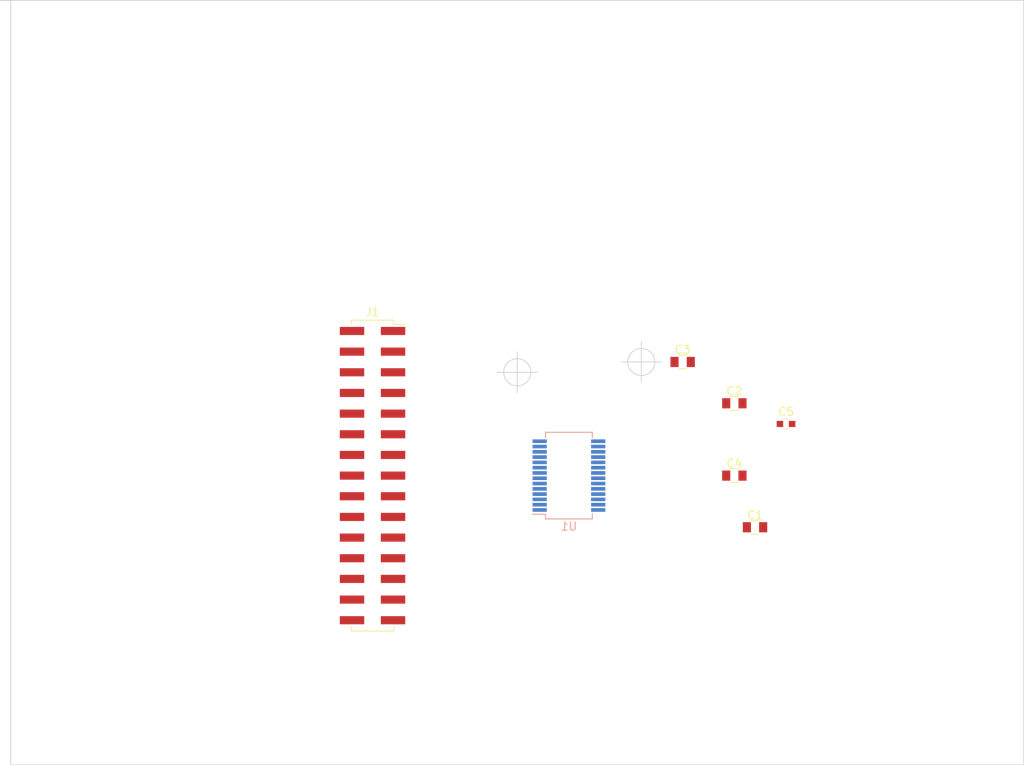
<source format=kicad_pcb>
(kicad_pcb (version 4) (host pcbnew 4.0.6)

  (general
    (links 42)
    (no_connects 42)
    (area 88.849999 46.939999 214.680001 141.020001)
    (thickness 1.6)
    (drawings 7)
    (tracks 0)
    (zones 0)
    (modules 7)
    (nets 27)
  )

  (page A4)
  (layers
    (0 F.Cu signal)
    (31 B.Cu signal)
    (32 B.Adhes user)
    (33 F.Adhes user)
    (34 B.Paste user)
    (35 F.Paste user)
    (36 B.SilkS user)
    (37 F.SilkS user)
    (38 B.Mask user)
    (39 F.Mask user)
    (40 Dwgs.User user)
    (41 Cmts.User user)
    (42 Eco1.User user)
    (43 Eco2.User user)
    (44 Edge.Cuts user)
    (45 Margin user)
    (46 B.CrtYd user)
    (47 F.CrtYd user)
    (48 B.Fab user)
    (49 F.Fab user)
  )

  (setup
    (last_trace_width 0.25)
    (trace_clearance 0.2)
    (zone_clearance 0.508)
    (zone_45_only no)
    (trace_min 0.2)
    (segment_width 0.1)
    (edge_width 0.1)
    (via_size 0.6)
    (via_drill 0.4)
    (via_min_size 0.4)
    (via_min_drill 0.3)
    (uvia_size 0.3)
    (uvia_drill 0.1)
    (uvias_allowed no)
    (uvia_min_size 0.2)
    (uvia_min_drill 0.1)
    (pcb_text_width 0.3)
    (pcb_text_size 1.5 1.5)
    (mod_edge_width 0.15)
    (mod_text_size 1 1)
    (mod_text_width 0.15)
    (pad_size 1.5 1.5)
    (pad_drill 0.6)
    (pad_to_mask_clearance 0)
    (aux_axis_origin 0 0)
    (visible_elements 7FFFFFFF)
    (pcbplotparams
      (layerselection 0x00030_80000001)
      (usegerberextensions false)
      (excludeedgelayer true)
      (linewidth 0.100000)
      (plotframeref false)
      (viasonmask false)
      (mode 1)
      (useauxorigin false)
      (hpglpennumber 1)
      (hpglpenspeed 20)
      (hpglpendiameter 15)
      (hpglpenoverlay 2)
      (psnegative false)
      (psa4output false)
      (plotreference true)
      (plotvalue true)
      (plotinvisibletext false)
      (padsonsilk false)
      (subtractmaskfromsilk false)
      (outputformat 1)
      (mirror false)
      (drillshape 1)
      (scaleselection 1)
      (outputdirectory ""))
  )

  (net 0 "")
  (net 1 "Net-(C1-Pad1)")
  (net 2 /analog-ground)
  (net 3 /lower-ref-V)
  (net 4 /upper-ref-V)
  (net 5 "Net-(J1-Pad1)")
  (net 6 "Net-(J1-Pad3)")
  (net 7 "Net-(J1-Pad4)")
  (net 8 "Net-(J1-Pad6)")
  (net 9 "Net-(J1-Pad8)")
  (net 10 "Net-(J1-Pad10)")
  (net 11 "Net-(J1-Pad11)")
  (net 12 "Net-(J1-Pad12)")
  (net 13 "Net-(J1-Pad14)")
  (net 14 "Net-(J1-Pad16)")
  (net 15 "Net-(J1-Pad17)")
  (net 16 "Net-(J1-Pad18)")
  (net 17 "Net-(J1-Pad19)")
  (net 18 "Net-(J1-Pad20)")
  (net 19 "Net-(J1-Pad21)")
  (net 20 "Net-(J1-Pad22)")
  (net 21 "Net-(J1-Pad23)")
  (net 22 "Net-(J1-Pad24)")
  (net 23 "Net-(J1-Pad25)")
  (net 24 "Net-(J1-Pad26)")
  (net 25 "Net-(J1-Pad27)")
  (net 26 "Net-(J1-Pad28)")

  (net_class Default "This is the default net class."
    (clearance 0.2)
    (trace_width 0.25)
    (via_dia 0.6)
    (via_drill 0.4)
    (uvia_dia 0.3)
    (uvia_drill 0.1)
    (add_net /analog-ground)
    (add_net /lower-ref-V)
    (add_net /upper-ref-V)
    (add_net "Net-(C1-Pad1)")
    (add_net "Net-(J1-Pad1)")
    (add_net "Net-(J1-Pad10)")
    (add_net "Net-(J1-Pad11)")
    (add_net "Net-(J1-Pad12)")
    (add_net "Net-(J1-Pad14)")
    (add_net "Net-(J1-Pad16)")
    (add_net "Net-(J1-Pad17)")
    (add_net "Net-(J1-Pad18)")
    (add_net "Net-(J1-Pad19)")
    (add_net "Net-(J1-Pad20)")
    (add_net "Net-(J1-Pad21)")
    (add_net "Net-(J1-Pad22)")
    (add_net "Net-(J1-Pad23)")
    (add_net "Net-(J1-Pad24)")
    (add_net "Net-(J1-Pad25)")
    (add_net "Net-(J1-Pad26)")
    (add_net "Net-(J1-Pad27)")
    (add_net "Net-(J1-Pad28)")
    (add_net "Net-(J1-Pad3)")
    (add_net "Net-(J1-Pad4)")
    (add_net "Net-(J1-Pad6)")
    (add_net "Net-(J1-Pad8)")
  )

  (module Capacitors_SMD:C_0805 (layer F.Cu) (tedit 58AA8463) (tstamp 5988E382)
    (at 181.61 111.76)
    (descr "Capacitor SMD 0805, reflow soldering, AVX (see smccp.pdf)")
    (tags "capacitor 0805")
    (path /5986FFEB)
    (attr smd)
    (fp_text reference C1 (at 0 -1.5) (layer F.SilkS)
      (effects (font (size 1 1) (thickness 0.15)))
    )
    (fp_text value 0.1uF (at 0 1.75) (layer F.Fab)
      (effects (font (size 1 1) (thickness 0.15)))
    )
    (fp_text user %R (at 0 -1.5) (layer F.Fab)
      (effects (font (size 1 1) (thickness 0.15)))
    )
    (fp_line (start -1 0.62) (end -1 -0.62) (layer F.Fab) (width 0.1))
    (fp_line (start 1 0.62) (end -1 0.62) (layer F.Fab) (width 0.1))
    (fp_line (start 1 -0.62) (end 1 0.62) (layer F.Fab) (width 0.1))
    (fp_line (start -1 -0.62) (end 1 -0.62) (layer F.Fab) (width 0.1))
    (fp_line (start 0.5 -0.85) (end -0.5 -0.85) (layer F.SilkS) (width 0.12))
    (fp_line (start -0.5 0.85) (end 0.5 0.85) (layer F.SilkS) (width 0.12))
    (fp_line (start -1.75 -0.88) (end 1.75 -0.88) (layer F.CrtYd) (width 0.05))
    (fp_line (start -1.75 -0.88) (end -1.75 0.87) (layer F.CrtYd) (width 0.05))
    (fp_line (start 1.75 0.87) (end 1.75 -0.88) (layer F.CrtYd) (width 0.05))
    (fp_line (start 1.75 0.87) (end -1.75 0.87) (layer F.CrtYd) (width 0.05))
    (pad 1 smd rect (at -1 0) (size 1 1.25) (layers F.Cu F.Paste F.Mask)
      (net 1 "Net-(C1-Pad1)"))
    (pad 2 smd rect (at 1 0) (size 1 1.25) (layers F.Cu F.Paste F.Mask)
      (net 2 /analog-ground))
    (model Capacitors_SMD.3dshapes/C_0805.wrl
      (at (xyz 0 0 0))
      (scale (xyz 1 1 1))
      (rotate (xyz 0 0 0))
    )
  )

  (module Capacitors_SMD:C_0805 (layer F.Cu) (tedit 58AA8463) (tstamp 5988E388)
    (at 179.07 96.52)
    (descr "Capacitor SMD 0805, reflow soldering, AVX (see smccp.pdf)")
    (tags "capacitor 0805")
    (path /598706E8)
    (attr smd)
    (fp_text reference C2 (at 0 -1.5) (layer F.SilkS)
      (effects (font (size 1 1) (thickness 0.15)))
    )
    (fp_text value 0.1uF (at 0 1.75) (layer F.Fab)
      (effects (font (size 1 1) (thickness 0.15)))
    )
    (fp_text user %R (at 0 -1.5) (layer F.Fab)
      (effects (font (size 1 1) (thickness 0.15)))
    )
    (fp_line (start -1 0.62) (end -1 -0.62) (layer F.Fab) (width 0.1))
    (fp_line (start 1 0.62) (end -1 0.62) (layer F.Fab) (width 0.1))
    (fp_line (start 1 -0.62) (end 1 0.62) (layer F.Fab) (width 0.1))
    (fp_line (start -1 -0.62) (end 1 -0.62) (layer F.Fab) (width 0.1))
    (fp_line (start 0.5 -0.85) (end -0.5 -0.85) (layer F.SilkS) (width 0.12))
    (fp_line (start -0.5 0.85) (end 0.5 0.85) (layer F.SilkS) (width 0.12))
    (fp_line (start -1.75 -0.88) (end 1.75 -0.88) (layer F.CrtYd) (width 0.05))
    (fp_line (start -1.75 -0.88) (end -1.75 0.87) (layer F.CrtYd) (width 0.05))
    (fp_line (start 1.75 0.87) (end 1.75 -0.88) (layer F.CrtYd) (width 0.05))
    (fp_line (start 1.75 0.87) (end -1.75 0.87) (layer F.CrtYd) (width 0.05))
    (pad 1 smd rect (at -1 0) (size 1 1.25) (layers F.Cu F.Paste F.Mask)
      (net 3 /lower-ref-V))
    (pad 2 smd rect (at 1 0) (size 1 1.25) (layers F.Cu F.Paste F.Mask)
      (net 2 /analog-ground))
    (model Capacitors_SMD.3dshapes/C_0805.wrl
      (at (xyz 0 0 0))
      (scale (xyz 1 1 1))
      (rotate (xyz 0 0 0))
    )
  )

  (module Capacitors_SMD:C_0805 (layer F.Cu) (tedit 58AA8463) (tstamp 5988E38E)
    (at 172.72 91.44)
    (descr "Capacitor SMD 0805, reflow soldering, AVX (see smccp.pdf)")
    (tags "capacitor 0805")
    (path /598707D4)
    (attr smd)
    (fp_text reference C3 (at 0 -1.5) (layer F.SilkS)
      (effects (font (size 1 1) (thickness 0.15)))
    )
    (fp_text value 0.1uF (at 0 1.75) (layer F.Fab)
      (effects (font (size 1 1) (thickness 0.15)))
    )
    (fp_text user %R (at 0 -1.5) (layer F.Fab)
      (effects (font (size 1 1) (thickness 0.15)))
    )
    (fp_line (start -1 0.62) (end -1 -0.62) (layer F.Fab) (width 0.1))
    (fp_line (start 1 0.62) (end -1 0.62) (layer F.Fab) (width 0.1))
    (fp_line (start 1 -0.62) (end 1 0.62) (layer F.Fab) (width 0.1))
    (fp_line (start -1 -0.62) (end 1 -0.62) (layer F.Fab) (width 0.1))
    (fp_line (start 0.5 -0.85) (end -0.5 -0.85) (layer F.SilkS) (width 0.12))
    (fp_line (start -0.5 0.85) (end 0.5 0.85) (layer F.SilkS) (width 0.12))
    (fp_line (start -1.75 -0.88) (end 1.75 -0.88) (layer F.CrtYd) (width 0.05))
    (fp_line (start -1.75 -0.88) (end -1.75 0.87) (layer F.CrtYd) (width 0.05))
    (fp_line (start 1.75 0.87) (end 1.75 -0.88) (layer F.CrtYd) (width 0.05))
    (fp_line (start 1.75 0.87) (end -1.75 0.87) (layer F.CrtYd) (width 0.05))
    (pad 1 smd rect (at -1 0) (size 1 1.25) (layers F.Cu F.Paste F.Mask)
      (net 3 /lower-ref-V))
    (pad 2 smd rect (at 1 0) (size 1 1.25) (layers F.Cu F.Paste F.Mask)
      (net 4 /upper-ref-V))
    (model Capacitors_SMD.3dshapes/C_0805.wrl
      (at (xyz 0 0 0))
      (scale (xyz 1 1 1))
      (rotate (xyz 0 0 0))
    )
  )

  (module Capacitors_SMD:C_0805 (layer F.Cu) (tedit 58AA8463) (tstamp 5988E394)
    (at 179.07 105.41)
    (descr "Capacitor SMD 0805, reflow soldering, AVX (see smccp.pdf)")
    (tags "capacitor 0805")
    (path /59870C94)
    (attr smd)
    (fp_text reference C4 (at 0 -1.5) (layer F.SilkS)
      (effects (font (size 1 1) (thickness 0.15)))
    )
    (fp_text value 0.1uF (at 0 1.75) (layer F.Fab)
      (effects (font (size 1 1) (thickness 0.15)))
    )
    (fp_text user %R (at 0 -1.5) (layer F.Fab)
      (effects (font (size 1 1) (thickness 0.15)))
    )
    (fp_line (start -1 0.62) (end -1 -0.62) (layer F.Fab) (width 0.1))
    (fp_line (start 1 0.62) (end -1 0.62) (layer F.Fab) (width 0.1))
    (fp_line (start 1 -0.62) (end 1 0.62) (layer F.Fab) (width 0.1))
    (fp_line (start -1 -0.62) (end 1 -0.62) (layer F.Fab) (width 0.1))
    (fp_line (start 0.5 -0.85) (end -0.5 -0.85) (layer F.SilkS) (width 0.12))
    (fp_line (start -0.5 0.85) (end 0.5 0.85) (layer F.SilkS) (width 0.12))
    (fp_line (start -1.75 -0.88) (end 1.75 -0.88) (layer F.CrtYd) (width 0.05))
    (fp_line (start -1.75 -0.88) (end -1.75 0.87) (layer F.CrtYd) (width 0.05))
    (fp_line (start 1.75 0.87) (end 1.75 -0.88) (layer F.CrtYd) (width 0.05))
    (fp_line (start 1.75 0.87) (end -1.75 0.87) (layer F.CrtYd) (width 0.05))
    (pad 1 smd rect (at -1 0) (size 1 1.25) (layers F.Cu F.Paste F.Mask)
      (net 4 /upper-ref-V))
    (pad 2 smd rect (at 1 0) (size 1 1.25) (layers F.Cu F.Paste F.Mask)
      (net 2 /analog-ground))
    (model Capacitors_SMD.3dshapes/C_0805.wrl
      (at (xyz 0 0 0))
      (scale (xyz 1 1 1))
      (rotate (xyz 0 0 0))
    )
  )

  (module Capacitors_SMD:C_0603 (layer F.Cu) (tedit 58AA844E) (tstamp 5988E39A)
    (at 185.42 99.06)
    (descr "Capacitor SMD 0603, reflow soldering, AVX (see smccp.pdf)")
    (tags "capacitor 0603")
    (path /59870B4F)
    (attr smd)
    (fp_text reference C5 (at 0 -1.5) (layer F.SilkS)
      (effects (font (size 1 1) (thickness 0.15)))
    )
    (fp_text value 10uF (at 0 1.5) (layer F.Fab)
      (effects (font (size 1 1) (thickness 0.15)))
    )
    (fp_text user %R (at 0 -1.5) (layer F.Fab)
      (effects (font (size 1 1) (thickness 0.15)))
    )
    (fp_line (start -0.8 0.4) (end -0.8 -0.4) (layer F.Fab) (width 0.1))
    (fp_line (start 0.8 0.4) (end -0.8 0.4) (layer F.Fab) (width 0.1))
    (fp_line (start 0.8 -0.4) (end 0.8 0.4) (layer F.Fab) (width 0.1))
    (fp_line (start -0.8 -0.4) (end 0.8 -0.4) (layer F.Fab) (width 0.1))
    (fp_line (start -0.35 -0.6) (end 0.35 -0.6) (layer F.SilkS) (width 0.12))
    (fp_line (start 0.35 0.6) (end -0.35 0.6) (layer F.SilkS) (width 0.12))
    (fp_line (start -1.4 -0.65) (end 1.4 -0.65) (layer F.CrtYd) (width 0.05))
    (fp_line (start -1.4 -0.65) (end -1.4 0.65) (layer F.CrtYd) (width 0.05))
    (fp_line (start 1.4 0.65) (end 1.4 -0.65) (layer F.CrtYd) (width 0.05))
    (fp_line (start 1.4 0.65) (end -1.4 0.65) (layer F.CrtYd) (width 0.05))
    (pad 1 smd rect (at -0.75 0) (size 0.8 0.75) (layers F.Cu F.Paste F.Mask)
      (net 3 /lower-ref-V))
    (pad 2 smd rect (at 0.75 0) (size 0.8 0.75) (layers F.Cu F.Paste F.Mask)
      (net 4 /upper-ref-V))
    (model Capacitors_SMD.3dshapes/C_0603.wrl
      (at (xyz 0 0 0))
      (scale (xyz 1 1 1))
      (rotate (xyz 0 0 0))
    )
  )

  (module Socket_Strips:Socket_Strip_Straight_2x15_Pitch2.54mm_SMD (layer F.Cu) (tedit 58CD5449) (tstamp 5988E444)
    (at 134.62 105.41)
    (descr "surface-mounted straight socket strip, 2x15, 2.54mm pitch, double rows")
    (tags "Surface mounted socket strip SMD 2x15 2.54mm double row")
    (path /5986F0F6)
    (attr smd)
    (fp_text reference J1 (at 0 -20.11) (layer F.SilkS)
      (effects (font (size 1 1) (thickness 0.15)))
    )
    (fp_text value CONN_02X15 (at 0 20.11) (layer F.Fab)
      (effects (font (size 1 1) (thickness 0.15)))
    )
    (fp_line (start -2.54 -19.05) (end -2.54 19.05) (layer F.Fab) (width 0.1))
    (fp_line (start -2.54 19.05) (end 2.54 19.05) (layer F.Fab) (width 0.1))
    (fp_line (start 2.54 19.05) (end 2.54 -19.05) (layer F.Fab) (width 0.1))
    (fp_line (start 2.54 -19.05) (end -2.54 -19.05) (layer F.Fab) (width 0.1))
    (fp_line (start -2.54 -18.1) (end -2.54 -17.46) (layer F.Fab) (width 0.1))
    (fp_line (start -2.54 -17.46) (end -3.92 -17.46) (layer F.Fab) (width 0.1))
    (fp_line (start -3.92 -17.46) (end -3.92 -18.1) (layer F.Fab) (width 0.1))
    (fp_line (start -3.92 -18.1) (end -2.54 -18.1) (layer F.Fab) (width 0.1))
    (fp_line (start 2.54 -18.1) (end 2.54 -17.46) (layer F.Fab) (width 0.1))
    (fp_line (start 2.54 -17.46) (end 3.92 -17.46) (layer F.Fab) (width 0.1))
    (fp_line (start 3.92 -17.46) (end 3.92 -18.1) (layer F.Fab) (width 0.1))
    (fp_line (start 3.92 -18.1) (end 2.54 -18.1) (layer F.Fab) (width 0.1))
    (fp_line (start -2.54 -15.56) (end -2.54 -14.92) (layer F.Fab) (width 0.1))
    (fp_line (start -2.54 -14.92) (end -3.92 -14.92) (layer F.Fab) (width 0.1))
    (fp_line (start -3.92 -14.92) (end -3.92 -15.56) (layer F.Fab) (width 0.1))
    (fp_line (start -3.92 -15.56) (end -2.54 -15.56) (layer F.Fab) (width 0.1))
    (fp_line (start 2.54 -15.56) (end 2.54 -14.92) (layer F.Fab) (width 0.1))
    (fp_line (start 2.54 -14.92) (end 3.92 -14.92) (layer F.Fab) (width 0.1))
    (fp_line (start 3.92 -14.92) (end 3.92 -15.56) (layer F.Fab) (width 0.1))
    (fp_line (start 3.92 -15.56) (end 2.54 -15.56) (layer F.Fab) (width 0.1))
    (fp_line (start -2.54 -13.02) (end -2.54 -12.38) (layer F.Fab) (width 0.1))
    (fp_line (start -2.54 -12.38) (end -3.92 -12.38) (layer F.Fab) (width 0.1))
    (fp_line (start -3.92 -12.38) (end -3.92 -13.02) (layer F.Fab) (width 0.1))
    (fp_line (start -3.92 -13.02) (end -2.54 -13.02) (layer F.Fab) (width 0.1))
    (fp_line (start 2.54 -13.02) (end 2.54 -12.38) (layer F.Fab) (width 0.1))
    (fp_line (start 2.54 -12.38) (end 3.92 -12.38) (layer F.Fab) (width 0.1))
    (fp_line (start 3.92 -12.38) (end 3.92 -13.02) (layer F.Fab) (width 0.1))
    (fp_line (start 3.92 -13.02) (end 2.54 -13.02) (layer F.Fab) (width 0.1))
    (fp_line (start -2.54 -10.48) (end -2.54 -9.84) (layer F.Fab) (width 0.1))
    (fp_line (start -2.54 -9.84) (end -3.92 -9.84) (layer F.Fab) (width 0.1))
    (fp_line (start -3.92 -9.84) (end -3.92 -10.48) (layer F.Fab) (width 0.1))
    (fp_line (start -3.92 -10.48) (end -2.54 -10.48) (layer F.Fab) (width 0.1))
    (fp_line (start 2.54 -10.48) (end 2.54 -9.84) (layer F.Fab) (width 0.1))
    (fp_line (start 2.54 -9.84) (end 3.92 -9.84) (layer F.Fab) (width 0.1))
    (fp_line (start 3.92 -9.84) (end 3.92 -10.48) (layer F.Fab) (width 0.1))
    (fp_line (start 3.92 -10.48) (end 2.54 -10.48) (layer F.Fab) (width 0.1))
    (fp_line (start -2.54 -7.94) (end -2.54 -7.3) (layer F.Fab) (width 0.1))
    (fp_line (start -2.54 -7.3) (end -3.92 -7.3) (layer F.Fab) (width 0.1))
    (fp_line (start -3.92 -7.3) (end -3.92 -7.94) (layer F.Fab) (width 0.1))
    (fp_line (start -3.92 -7.94) (end -2.54 -7.94) (layer F.Fab) (width 0.1))
    (fp_line (start 2.54 -7.94) (end 2.54 -7.3) (layer F.Fab) (width 0.1))
    (fp_line (start 2.54 -7.3) (end 3.92 -7.3) (layer F.Fab) (width 0.1))
    (fp_line (start 3.92 -7.3) (end 3.92 -7.94) (layer F.Fab) (width 0.1))
    (fp_line (start 3.92 -7.94) (end 2.54 -7.94) (layer F.Fab) (width 0.1))
    (fp_line (start -2.54 -5.4) (end -2.54 -4.76) (layer F.Fab) (width 0.1))
    (fp_line (start -2.54 -4.76) (end -3.92 -4.76) (layer F.Fab) (width 0.1))
    (fp_line (start -3.92 -4.76) (end -3.92 -5.4) (layer F.Fab) (width 0.1))
    (fp_line (start -3.92 -5.4) (end -2.54 -5.4) (layer F.Fab) (width 0.1))
    (fp_line (start 2.54 -5.4) (end 2.54 -4.76) (layer F.Fab) (width 0.1))
    (fp_line (start 2.54 -4.76) (end 3.92 -4.76) (layer F.Fab) (width 0.1))
    (fp_line (start 3.92 -4.76) (end 3.92 -5.4) (layer F.Fab) (width 0.1))
    (fp_line (start 3.92 -5.4) (end 2.54 -5.4) (layer F.Fab) (width 0.1))
    (fp_line (start -2.54 -2.86) (end -2.54 -2.22) (layer F.Fab) (width 0.1))
    (fp_line (start -2.54 -2.22) (end -3.92 -2.22) (layer F.Fab) (width 0.1))
    (fp_line (start -3.92 -2.22) (end -3.92 -2.86) (layer F.Fab) (width 0.1))
    (fp_line (start -3.92 -2.86) (end -2.54 -2.86) (layer F.Fab) (width 0.1))
    (fp_line (start 2.54 -2.86) (end 2.54 -2.22) (layer F.Fab) (width 0.1))
    (fp_line (start 2.54 -2.22) (end 3.92 -2.22) (layer F.Fab) (width 0.1))
    (fp_line (start 3.92 -2.22) (end 3.92 -2.86) (layer F.Fab) (width 0.1))
    (fp_line (start 3.92 -2.86) (end 2.54 -2.86) (layer F.Fab) (width 0.1))
    (fp_line (start -2.54 -0.32) (end -2.54 0.32) (layer F.Fab) (width 0.1))
    (fp_line (start -2.54 0.32) (end -3.92 0.32) (layer F.Fab) (width 0.1))
    (fp_line (start -3.92 0.32) (end -3.92 -0.32) (layer F.Fab) (width 0.1))
    (fp_line (start -3.92 -0.32) (end -2.54 -0.32) (layer F.Fab) (width 0.1))
    (fp_line (start 2.54 -0.32) (end 2.54 0.32) (layer F.Fab) (width 0.1))
    (fp_line (start 2.54 0.32) (end 3.92 0.32) (layer F.Fab) (width 0.1))
    (fp_line (start 3.92 0.32) (end 3.92 -0.32) (layer F.Fab) (width 0.1))
    (fp_line (start 3.92 -0.32) (end 2.54 -0.32) (layer F.Fab) (width 0.1))
    (fp_line (start -2.54 2.22) (end -2.54 2.86) (layer F.Fab) (width 0.1))
    (fp_line (start -2.54 2.86) (end -3.92 2.86) (layer F.Fab) (width 0.1))
    (fp_line (start -3.92 2.86) (end -3.92 2.22) (layer F.Fab) (width 0.1))
    (fp_line (start -3.92 2.22) (end -2.54 2.22) (layer F.Fab) (width 0.1))
    (fp_line (start 2.54 2.22) (end 2.54 2.86) (layer F.Fab) (width 0.1))
    (fp_line (start 2.54 2.86) (end 3.92 2.86) (layer F.Fab) (width 0.1))
    (fp_line (start 3.92 2.86) (end 3.92 2.22) (layer F.Fab) (width 0.1))
    (fp_line (start 3.92 2.22) (end 2.54 2.22) (layer F.Fab) (width 0.1))
    (fp_line (start -2.54 4.76) (end -2.54 5.4) (layer F.Fab) (width 0.1))
    (fp_line (start -2.54 5.4) (end -3.92 5.4) (layer F.Fab) (width 0.1))
    (fp_line (start -3.92 5.4) (end -3.92 4.76) (layer F.Fab) (width 0.1))
    (fp_line (start -3.92 4.76) (end -2.54 4.76) (layer F.Fab) (width 0.1))
    (fp_line (start 2.54 4.76) (end 2.54 5.4) (layer F.Fab) (width 0.1))
    (fp_line (start 2.54 5.4) (end 3.92 5.4) (layer F.Fab) (width 0.1))
    (fp_line (start 3.92 5.4) (end 3.92 4.76) (layer F.Fab) (width 0.1))
    (fp_line (start 3.92 4.76) (end 2.54 4.76) (layer F.Fab) (width 0.1))
    (fp_line (start -2.54 7.3) (end -2.54 7.94) (layer F.Fab) (width 0.1))
    (fp_line (start -2.54 7.94) (end -3.92 7.94) (layer F.Fab) (width 0.1))
    (fp_line (start -3.92 7.94) (end -3.92 7.3) (layer F.Fab) (width 0.1))
    (fp_line (start -3.92 7.3) (end -2.54 7.3) (layer F.Fab) (width 0.1))
    (fp_line (start 2.54 7.3) (end 2.54 7.94) (layer F.Fab) (width 0.1))
    (fp_line (start 2.54 7.94) (end 3.92 7.94) (layer F.Fab) (width 0.1))
    (fp_line (start 3.92 7.94) (end 3.92 7.3) (layer F.Fab) (width 0.1))
    (fp_line (start 3.92 7.3) (end 2.54 7.3) (layer F.Fab) (width 0.1))
    (fp_line (start -2.54 9.84) (end -2.54 10.48) (layer F.Fab) (width 0.1))
    (fp_line (start -2.54 10.48) (end -3.92 10.48) (layer F.Fab) (width 0.1))
    (fp_line (start -3.92 10.48) (end -3.92 9.84) (layer F.Fab) (width 0.1))
    (fp_line (start -3.92 9.84) (end -2.54 9.84) (layer F.Fab) (width 0.1))
    (fp_line (start 2.54 9.84) (end 2.54 10.48) (layer F.Fab) (width 0.1))
    (fp_line (start 2.54 10.48) (end 3.92 10.48) (layer F.Fab) (width 0.1))
    (fp_line (start 3.92 10.48) (end 3.92 9.84) (layer F.Fab) (width 0.1))
    (fp_line (start 3.92 9.84) (end 2.54 9.84) (layer F.Fab) (width 0.1))
    (fp_line (start -2.54 12.38) (end -2.54 13.02) (layer F.Fab) (width 0.1))
    (fp_line (start -2.54 13.02) (end -3.92 13.02) (layer F.Fab) (width 0.1))
    (fp_line (start -3.92 13.02) (end -3.92 12.38) (layer F.Fab) (width 0.1))
    (fp_line (start -3.92 12.38) (end -2.54 12.38) (layer F.Fab) (width 0.1))
    (fp_line (start 2.54 12.38) (end 2.54 13.02) (layer F.Fab) (width 0.1))
    (fp_line (start 2.54 13.02) (end 3.92 13.02) (layer F.Fab) (width 0.1))
    (fp_line (start 3.92 13.02) (end 3.92 12.38) (layer F.Fab) (width 0.1))
    (fp_line (start 3.92 12.38) (end 2.54 12.38) (layer F.Fab) (width 0.1))
    (fp_line (start -2.54 14.92) (end -2.54 15.56) (layer F.Fab) (width 0.1))
    (fp_line (start -2.54 15.56) (end -3.92 15.56) (layer F.Fab) (width 0.1))
    (fp_line (start -3.92 15.56) (end -3.92 14.92) (layer F.Fab) (width 0.1))
    (fp_line (start -3.92 14.92) (end -2.54 14.92) (layer F.Fab) (width 0.1))
    (fp_line (start 2.54 14.92) (end 2.54 15.56) (layer F.Fab) (width 0.1))
    (fp_line (start 2.54 15.56) (end 3.92 15.56) (layer F.Fab) (width 0.1))
    (fp_line (start 3.92 15.56) (end 3.92 14.92) (layer F.Fab) (width 0.1))
    (fp_line (start 3.92 14.92) (end 2.54 14.92) (layer F.Fab) (width 0.1))
    (fp_line (start -2.54 17.46) (end -2.54 18.1) (layer F.Fab) (width 0.1))
    (fp_line (start -2.54 18.1) (end -3.92 18.1) (layer F.Fab) (width 0.1))
    (fp_line (start -3.92 18.1) (end -3.92 17.46) (layer F.Fab) (width 0.1))
    (fp_line (start -3.92 17.46) (end -2.54 17.46) (layer F.Fab) (width 0.1))
    (fp_line (start 2.54 17.46) (end 2.54 18.1) (layer F.Fab) (width 0.1))
    (fp_line (start 2.54 18.1) (end 3.92 18.1) (layer F.Fab) (width 0.1))
    (fp_line (start 3.92 18.1) (end 3.92 17.46) (layer F.Fab) (width 0.1))
    (fp_line (start 3.92 17.46) (end 2.54 17.46) (layer F.Fab) (width 0.1))
    (fp_line (start -2.6 -18.58) (end -2.6 -19.11) (layer F.SilkS) (width 0.12))
    (fp_line (start -2.6 -19.11) (end 2.6 -19.11) (layer F.SilkS) (width 0.12))
    (fp_line (start 2.6 -19.11) (end 2.6 -18.58) (layer F.SilkS) (width 0.12))
    (fp_line (start -2.6 18.58) (end -2.6 19.11) (layer F.SilkS) (width 0.12))
    (fp_line (start -2.6 19.11) (end 2.6 19.11) (layer F.SilkS) (width 0.12))
    (fp_line (start 2.6 19.11) (end 2.6 18.58) (layer F.SilkS) (width 0.12))
    (fp_line (start 4.02 -18.58) (end 2.6 -18.58) (layer F.SilkS) (width 0.12))
    (fp_line (start -4.55 -19.6) (end -4.55 19.6) (layer F.CrtYd) (width 0.05))
    (fp_line (start -4.55 19.6) (end 4.55 19.6) (layer F.CrtYd) (width 0.05))
    (fp_line (start 4.55 19.6) (end 4.55 -19.6) (layer F.CrtYd) (width 0.05))
    (fp_line (start 4.55 -19.6) (end -4.55 -19.6) (layer F.CrtYd) (width 0.05))
    (fp_text user %R (at 0 -20.11) (layer F.Fab)
      (effects (font (size 1 1) (thickness 0.15)))
    )
    (pad 1 smd rect (at 2.52 -17.78) (size 3 1) (layers F.Cu F.Paste F.Mask)
      (net 5 "Net-(J1-Pad1)"))
    (pad 2 smd rect (at -2.52 -17.78) (size 3 1) (layers F.Cu F.Paste F.Mask)
      (net 2 /analog-ground))
    (pad 3 smd rect (at 2.52 -15.24) (size 3 1) (layers F.Cu F.Paste F.Mask)
      (net 6 "Net-(J1-Pad3)"))
    (pad 4 smd rect (at -2.52 -15.24) (size 3 1) (layers F.Cu F.Paste F.Mask)
      (net 7 "Net-(J1-Pad4)"))
    (pad 5 smd rect (at 2.52 -12.7) (size 3 1) (layers F.Cu F.Paste F.Mask)
      (net 2 /analog-ground))
    (pad 6 smd rect (at -2.52 -12.7) (size 3 1) (layers F.Cu F.Paste F.Mask)
      (net 8 "Net-(J1-Pad6)"))
    (pad 7 smd rect (at 2.52 -10.16) (size 3 1) (layers F.Cu F.Paste F.Mask)
      (net 2 /analog-ground))
    (pad 8 smd rect (at -2.52 -10.16) (size 3 1) (layers F.Cu F.Paste F.Mask)
      (net 9 "Net-(J1-Pad8)"))
    (pad 9 smd rect (at 2.52 -7.62) (size 3 1) (layers F.Cu F.Paste F.Mask)
      (net 2 /analog-ground))
    (pad 10 smd rect (at -2.52 -7.62) (size 3 1) (layers F.Cu F.Paste F.Mask)
      (net 10 "Net-(J1-Pad10)"))
    (pad 11 smd rect (at 2.52 -5.08) (size 3 1) (layers F.Cu F.Paste F.Mask)
      (net 11 "Net-(J1-Pad11)"))
    (pad 12 smd rect (at -2.52 -5.08) (size 3 1) (layers F.Cu F.Paste F.Mask)
      (net 12 "Net-(J1-Pad12)"))
    (pad 13 smd rect (at 2.52 -2.54) (size 3 1) (layers F.Cu F.Paste F.Mask)
      (net 2 /analog-ground))
    (pad 14 smd rect (at -2.52 -2.54) (size 3 1) (layers F.Cu F.Paste F.Mask)
      (net 13 "Net-(J1-Pad14)"))
    (pad 15 smd rect (at 2.52 0) (size 3 1) (layers F.Cu F.Paste F.Mask)
      (net 2 /analog-ground))
    (pad 16 smd rect (at -2.52 0) (size 3 1) (layers F.Cu F.Paste F.Mask)
      (net 14 "Net-(J1-Pad16)"))
    (pad 17 smd rect (at 2.52 2.54) (size 3 1) (layers F.Cu F.Paste F.Mask)
      (net 15 "Net-(J1-Pad17)"))
    (pad 18 smd rect (at -2.52 2.54) (size 3 1) (layers F.Cu F.Paste F.Mask)
      (net 16 "Net-(J1-Pad18)"))
    (pad 19 smd rect (at 2.52 5.08) (size 3 1) (layers F.Cu F.Paste F.Mask)
      (net 17 "Net-(J1-Pad19)"))
    (pad 20 smd rect (at -2.52 5.08) (size 3 1) (layers F.Cu F.Paste F.Mask)
      (net 18 "Net-(J1-Pad20)"))
    (pad 21 smd rect (at 2.52 7.62) (size 3 1) (layers F.Cu F.Paste F.Mask)
      (net 19 "Net-(J1-Pad21)"))
    (pad 22 smd rect (at -2.52 7.62) (size 3 1) (layers F.Cu F.Paste F.Mask)
      (net 20 "Net-(J1-Pad22)"))
    (pad 23 smd rect (at 2.52 10.16) (size 3 1) (layers F.Cu F.Paste F.Mask)
      (net 21 "Net-(J1-Pad23)"))
    (pad 24 smd rect (at -2.52 10.16) (size 3 1) (layers F.Cu F.Paste F.Mask)
      (net 22 "Net-(J1-Pad24)"))
    (pad 25 smd rect (at 2.52 12.7) (size 3 1) (layers F.Cu F.Paste F.Mask)
      (net 23 "Net-(J1-Pad25)"))
    (pad 26 smd rect (at -2.52 12.7) (size 3 1) (layers F.Cu F.Paste F.Mask)
      (net 24 "Net-(J1-Pad26)"))
    (pad 27 smd rect (at 2.52 15.24) (size 3 1) (layers F.Cu F.Paste F.Mask)
      (net 25 "Net-(J1-Pad27)"))
    (pad 28 smd rect (at -2.52 15.24) (size 3 1) (layers F.Cu F.Paste F.Mask)
      (net 26 "Net-(J1-Pad28)"))
    (pad 29 smd rect (at 2.52 17.78) (size 3 1) (layers F.Cu F.Paste F.Mask)
      (net 4 /upper-ref-V))
    (pad 30 smd rect (at -2.52 17.78) (size 3 1) (layers F.Cu F.Paste F.Mask)
      (net 3 /lower-ref-V))
    (model ${KISYS3DMOD}/Socket_Strips.3dshapes/Socket_Strip_Straight_2x15_Pitch2.54mm_SMD.wrl
      (at (xyz 0 0 0))
      (scale (xyz 1 1 1))
      (rotate (xyz 0 0 0))
    )
  )

  (module Housings_SSOP:SSOP-28_5.3x10.2mm_Pitch0.65mm (layer B.Cu) (tedit 54130A77) (tstamp 5988E475)
    (at 158.75 105.41)
    (descr "28-Lead Plastic Shrink Small Outline (SS)-5.30 mm Body [SSOP] (see Microchip Packaging Specification 00000049BS.pdf)")
    (tags "SSOP 0.65")
    (path /5986F078)
    (attr smd)
    (fp_text reference U1 (at 0 6.25) (layer B.SilkS)
      (effects (font (size 1 1) (thickness 0.15)) (justify mirror))
    )
    (fp_text value AD9200JRSZ (at 0 -6.25) (layer B.Fab)
      (effects (font (size 1 1) (thickness 0.15)) (justify mirror))
    )
    (fp_line (start -1.65 5.1) (end 2.65 5.1) (layer B.Fab) (width 0.15))
    (fp_line (start 2.65 5.1) (end 2.65 -5.1) (layer B.Fab) (width 0.15))
    (fp_line (start 2.65 -5.1) (end -2.65 -5.1) (layer B.Fab) (width 0.15))
    (fp_line (start -2.65 -5.1) (end -2.65 4.1) (layer B.Fab) (width 0.15))
    (fp_line (start -2.65 4.1) (end -1.65 5.1) (layer B.Fab) (width 0.15))
    (fp_line (start -4.75 5.5) (end -4.75 -5.5) (layer B.CrtYd) (width 0.05))
    (fp_line (start 4.75 5.5) (end 4.75 -5.5) (layer B.CrtYd) (width 0.05))
    (fp_line (start -4.75 5.5) (end 4.75 5.5) (layer B.CrtYd) (width 0.05))
    (fp_line (start -4.75 -5.5) (end 4.75 -5.5) (layer B.CrtYd) (width 0.05))
    (fp_line (start -2.875 5.325) (end -2.875 4.75) (layer B.SilkS) (width 0.15))
    (fp_line (start 2.875 5.325) (end 2.875 4.675) (layer B.SilkS) (width 0.15))
    (fp_line (start 2.875 -5.325) (end 2.875 -4.675) (layer B.SilkS) (width 0.15))
    (fp_line (start -2.875 -5.325) (end -2.875 -4.675) (layer B.SilkS) (width 0.15))
    (fp_line (start -2.875 5.325) (end 2.875 5.325) (layer B.SilkS) (width 0.15))
    (fp_line (start -2.875 -5.325) (end 2.875 -5.325) (layer B.SilkS) (width 0.15))
    (fp_line (start -2.875 4.75) (end -4.475 4.75) (layer B.SilkS) (width 0.15))
    (fp_text user %R (at 0 0) (layer B.Fab)
      (effects (font (size 0.8 0.8) (thickness 0.15)) (justify mirror))
    )
    (pad 1 smd rect (at -3.6 4.225) (size 1.75 0.45) (layers B.Cu B.Paste B.Mask)
      (net 2 /analog-ground))
    (pad 2 smd rect (at -3.6 3.575) (size 1.75 0.45) (layers B.Cu B.Paste B.Mask)
      (net 7 "Net-(J1-Pad4)"))
    (pad 3 smd rect (at -3.6 2.925) (size 1.75 0.45) (layers B.Cu B.Paste B.Mask)
      (net 8 "Net-(J1-Pad6)"))
    (pad 4 smd rect (at -3.6 2.275) (size 1.75 0.45) (layers B.Cu B.Paste B.Mask)
      (net 9 "Net-(J1-Pad8)"))
    (pad 5 smd rect (at -3.6 1.625) (size 1.75 0.45) (layers B.Cu B.Paste B.Mask)
      (net 10 "Net-(J1-Pad10)"))
    (pad 6 smd rect (at -3.6 0.975) (size 1.75 0.45) (layers B.Cu B.Paste B.Mask)
      (net 12 "Net-(J1-Pad12)"))
    (pad 7 smd rect (at -3.6 0.325) (size 1.75 0.45) (layers B.Cu B.Paste B.Mask)
      (net 13 "Net-(J1-Pad14)"))
    (pad 8 smd rect (at -3.6 -0.325) (size 1.75 0.45) (layers B.Cu B.Paste B.Mask)
      (net 14 "Net-(J1-Pad16)"))
    (pad 9 smd rect (at -3.6 -0.975) (size 1.75 0.45) (layers B.Cu B.Paste B.Mask)
      (net 16 "Net-(J1-Pad18)"))
    (pad 10 smd rect (at -3.6 -1.625) (size 1.75 0.45) (layers B.Cu B.Paste B.Mask)
      (net 18 "Net-(J1-Pad20)"))
    (pad 11 smd rect (at -3.6 -2.275) (size 1.75 0.45) (layers B.Cu B.Paste B.Mask)
      (net 20 "Net-(J1-Pad22)"))
    (pad 12 smd rect (at -3.6 -2.925) (size 1.75 0.45) (layers B.Cu B.Paste B.Mask)
      (net 22 "Net-(J1-Pad24)"))
    (pad 13 smd rect (at -3.6 -3.575) (size 1.75 0.45) (layers B.Cu B.Paste B.Mask)
      (net 24 "Net-(J1-Pad26)"))
    (pad 14 smd rect (at -3.6 -4.225) (size 1.75 0.45) (layers B.Cu B.Paste B.Mask)
      (net 26 "Net-(J1-Pad28)"))
    (pad 15 smd rect (at 3.6 -4.225) (size 1.75 0.45) (layers B.Cu B.Paste B.Mask)
      (net 25 "Net-(J1-Pad27)"))
    (pad 16 smd rect (at 3.6 -3.575) (size 1.75 0.45) (layers B.Cu B.Paste B.Mask)
      (net 23 "Net-(J1-Pad25)"))
    (pad 17 smd rect (at 3.6 -2.925) (size 1.75 0.45) (layers B.Cu B.Paste B.Mask)
      (net 21 "Net-(J1-Pad23)"))
    (pad 18 smd rect (at 3.6 -2.275) (size 1.75 0.45) (layers B.Cu B.Paste B.Mask)
      (net 19 "Net-(J1-Pad21)"))
    (pad 19 smd rect (at 3.6 -1.625) (size 1.75 0.45) (layers B.Cu B.Paste B.Mask)
      (net 17 "Net-(J1-Pad19)"))
    (pad 20 smd rect (at 3.6 -0.975) (size 1.75 0.45) (layers B.Cu B.Paste B.Mask)
      (net 15 "Net-(J1-Pad17)"))
    (pad 21 smd rect (at 3.6 -0.325) (size 1.75 0.45) (layers B.Cu B.Paste B.Mask)
      (net 4 /upper-ref-V))
    (pad 22 smd rect (at 3.6 0.325) (size 1.75 0.45) (layers B.Cu B.Paste B.Mask)
      (net 4 /upper-ref-V))
    (pad 23 smd rect (at 3.6 0.975) (size 1.75 0.45) (layers B.Cu B.Paste B.Mask)
      (net 11 "Net-(J1-Pad11)"))
    (pad 24 smd rect (at 3.6 1.625) (size 1.75 0.45) (layers B.Cu B.Paste B.Mask)
      (net 3 /lower-ref-V))
    (pad 25 smd rect (at 3.6 2.275) (size 1.75 0.45) (layers B.Cu B.Paste B.Mask)
      (net 3 /lower-ref-V))
    (pad 26 smd rect (at 3.6 2.925) (size 1.75 0.45) (layers B.Cu B.Paste B.Mask)
      (net 1 "Net-(C1-Pad1)"))
    (pad 27 smd rect (at 3.6 3.575) (size 1.75 0.45) (layers B.Cu B.Paste B.Mask)
      (net 6 "Net-(J1-Pad3)"))
    (pad 28 smd rect (at 3.6 4.225) (size 1.75 0.45) (layers B.Cu B.Paste B.Mask)
      (net 5 "Net-(J1-Pad1)"))
    (model ${KISYS3DMOD}/Housings_SSOP.3dshapes/SSOP-28_5.3x10.2mm_Pitch0.65mm.wrl
      (at (xyz 0 0 0))
      (scale (xyz 1 1 1))
      (rotate (xyz 0 0 0))
    )
  )

  (target plus (at 167.64 91.44) (size 5) (width 0.1) (layer Edge.Cuts))
  (target plus (at 152.4 92.71) (size 5) (width 0.1) (layer Edge.Cuts))
  (gr_line (start 90.17 46.99) (end 88.9 46.99) (angle 90) (layer Edge.Cuts) (width 0.1))
  (gr_line (start 90.17 140.97) (end 90.17 46.99) (angle 90) (layer Edge.Cuts) (width 0.1))
  (gr_line (start 214.63 140.97) (end 90.17 140.97) (angle 90) (layer Edge.Cuts) (width 0.1))
  (gr_line (start 214.63 46.99) (end 214.63 140.97) (angle 90) (layer Edge.Cuts) (width 0.1))
  (gr_line (start 88.9 46.99) (end 214.63 46.99) (angle 90) (layer Edge.Cuts) (width 0.1))

)

</source>
